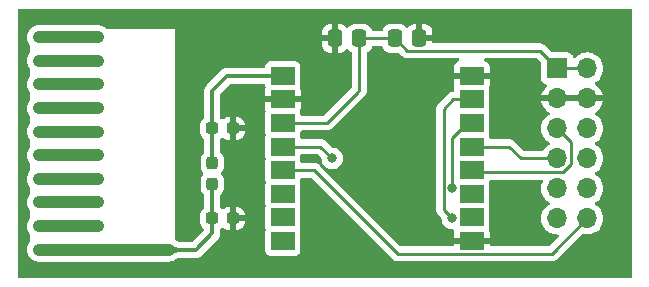
<source format=gbr>
%TF.GenerationSoftware,KiCad,Pcbnew,7.0.1*%
%TF.CreationDate,2023-03-26T17:19:43+02:00*%
%TF.ProjectId,RA01_868_PMOD,52413031-5f38-4363-985f-504d4f442e6b,rev?*%
%TF.SameCoordinates,Original*%
%TF.FileFunction,Copper,L1,Top*%
%TF.FilePolarity,Positive*%
%FSLAX46Y46*%
G04 Gerber Fmt 4.6, Leading zero omitted, Abs format (unit mm)*
G04 Created by KiCad (PCBNEW 7.0.1) date 2023-03-26 17:19:43*
%MOMM*%
%LPD*%
G01*
G04 APERTURE LIST*
G04 Aperture macros list*
%AMRoundRect*
0 Rectangle with rounded corners*
0 $1 Rounding radius*
0 $2 $3 $4 $5 $6 $7 $8 $9 X,Y pos of 4 corners*
0 Add a 4 corners polygon primitive as box body*
4,1,4,$2,$3,$4,$5,$6,$7,$8,$9,$2,$3,0*
0 Add four circle primitives for the rounded corners*
1,1,$1+$1,$2,$3*
1,1,$1+$1,$4,$5*
1,1,$1+$1,$6,$7*
1,1,$1+$1,$8,$9*
0 Add four rect primitives between the rounded corners*
20,1,$1+$1,$2,$3,$4,$5,0*
20,1,$1+$1,$4,$5,$6,$7,0*
20,1,$1+$1,$6,$7,$8,$9,0*
20,1,$1+$1,$8,$9,$2,$3,0*%
%AMOutline4P*
0 Free polygon, 4 corners , with rotation*
0 The origin of the aperture is its center*
0 number of corners: always 4*
0 $1 to $8 corner X, Y*
0 $9 Rotation angle, in degrees counterclockwise*
0 create outline with 4 corners*
4,1,4,$1,$2,$3,$4,$5,$6,$7,$8,$1,$2,$9*%
G04 Aperture macros list end*
%TA.AperFunction,EtchedComponent*%
%ADD10C,1.000000*%
%TD*%
%TA.AperFunction,ComponentPad*%
%ADD11R,1.700000X1.700000*%
%TD*%
%TA.AperFunction,ComponentPad*%
%ADD12O,1.700000X1.700000*%
%TD*%
%TA.AperFunction,SMDPad,CuDef*%
%ADD13RoundRect,0.237500X-0.300000X-0.237500X0.300000X-0.237500X0.300000X0.237500X-0.300000X0.237500X0*%
%TD*%
%TA.AperFunction,SMDPad,CuDef*%
%ADD14RoundRect,0.250000X0.337500X0.475000X-0.337500X0.475000X-0.337500X-0.475000X0.337500X-0.475000X0*%
%TD*%
%TA.AperFunction,SMDPad,CuDef*%
%ADD15RoundRect,0.237500X-0.237500X0.287500X-0.237500X-0.287500X0.237500X-0.287500X0.237500X0.287500X0*%
%TD*%
%TA.AperFunction,SMDPad,CuDef*%
%ADD16R,2.000000X1.500000*%
%TD*%
%TA.AperFunction,ComponentPad*%
%ADD17C,1.000000*%
%TD*%
%TA.AperFunction,SMDPad,CuDef*%
%ADD18Outline4P,-0.350000X-0.400000X0.350000X-0.400000X0.050000X0.400000X-0.050000X0.400000X270.000000*%
%TD*%
%TA.AperFunction,SMDPad,CuDef*%
%ADD19RoundRect,0.250000X-0.337500X-0.475000X0.337500X-0.475000X0.337500X0.475000X-0.337500X0.475000X0*%
%TD*%
%TA.AperFunction,ViaPad*%
%ADD20C,0.800000*%
%TD*%
%TA.AperFunction,Conductor*%
%ADD21C,0.250000*%
%TD*%
%TA.AperFunction,Conductor*%
%ADD22C,0.380000*%
%TD*%
%TA.AperFunction,Conductor*%
%ADD23C,0.350000*%
%TD*%
G04 APERTURE END LIST*
D10*
%TO.C,AE1*%
X116960000Y-58530000D02*
X105960000Y-58530000D01*
X105960000Y-56530000D02*
X110960000Y-56530000D01*
X105960000Y-54530000D02*
X110960000Y-54530000D01*
X105960000Y-52530000D02*
X110960000Y-52530000D01*
X105960000Y-50530000D02*
X110960000Y-50530000D01*
X105960000Y-48530000D02*
X110960000Y-48530000D01*
X105960000Y-46530000D02*
X110960000Y-46530000D01*
X105960000Y-44530000D02*
X110960000Y-44530000D01*
X105960000Y-42530000D02*
X110960000Y-42530000D01*
X105960000Y-40530000D02*
X110960000Y-40530000D01*
%TD*%
D11*
%TO.P,J1,1,Pin_1*%
%TO.N,VCC*%
X149860000Y-43180000D03*
D12*
%TO.P,J1,2,Pin_2*%
X152400000Y-43180000D03*
%TO.P,J1,3,Pin_3*%
%TO.N,GND*%
X149860000Y-45720000D03*
%TO.P,J1,4,Pin_4*%
X152400000Y-45720000D03*
%TO.P,J1,5,Pin_5*%
%TO.N,SCK*%
X149860000Y-48260000D03*
%TO.P,J1,6,Pin_6*%
%TO.N,unconnected-(J1-Pin_6-Pad6)*%
X152400000Y-48260000D03*
%TO.P,J1,7,Pin_7*%
%TO.N,MISO*%
X149860000Y-50800000D03*
%TO.P,J1,8,Pin_8*%
%TO.N,unconnected-(J1-Pin_8-Pad8)*%
X152400000Y-50800000D03*
%TO.P,J1,9,Pin_9*%
%TO.N,MOSI*%
X149860000Y-53340000D03*
%TO.P,J1,10,Pin_10*%
%TO.N,nRESET*%
X152400000Y-53340000D03*
%TO.P,J1,11,Pin_11*%
%TO.N,nCS*%
X149860000Y-55880000D03*
%TO.P,J1,12,Pin_12*%
%TO.N,DIO0*%
X152400000Y-55880000D03*
%TD*%
D13*
%TO.P,M1,1*%
%TO.N,Net-(U1-ANT)*%
X120650000Y-48260000D03*
%TO.P,M1,2*%
%TO.N,GND*%
X122375000Y-48260000D03*
%TD*%
D14*
%TO.P,C1,1*%
%TO.N,VCC*%
X133117500Y-40640000D03*
%TO.P,C1,2*%
%TO.N,GND*%
X131042500Y-40640000D03*
%TD*%
D15*
%TO.P,M2,1*%
%TO.N,Net-(U1-ANT)*%
X120650000Y-51195000D03*
%TO.P,M2,2*%
%TO.N,Net-(AE1-A)*%
X120650000Y-52945000D03*
%TD*%
D13*
%TO.P,M3,1*%
%TO.N,Net-(AE1-A)*%
X120650000Y-55880000D03*
%TO.P,M3,2*%
%TO.N,GND*%
X122375000Y-55880000D03*
%TD*%
D16*
%TO.P,U1,1,ANT*%
%TO.N,Net-(U1-ANT)*%
X126620000Y-43800000D03*
%TO.P,U1,2,GND*%
%TO.N,GND*%
X126620000Y-45800000D03*
%TO.P,U1,3,VDD*%
%TO.N,VCC*%
X126620000Y-47800000D03*
%TO.P,U1,4,~{RESET}*%
%TO.N,nRESET*%
X126620000Y-49800000D03*
%TO.P,U1,5,DIO0*%
%TO.N,DIO0*%
X126620000Y-51800000D03*
%TO.P,U1,6,DIO1*%
%TO.N,unconnected-(U1-DIO1-Pad6)*%
X126620000Y-53800000D03*
%TO.P,U1,7,DIO2*%
%TO.N,unconnected-(U1-DIO2-Pad7)*%
X126620000Y-55800000D03*
%TO.P,U1,8,DIO3*%
%TO.N,unconnected-(U1-DIO3-Pad8)*%
X126620000Y-57800000D03*
%TO.P,U1,9,GND*%
%TO.N,GND*%
X142620000Y-57800000D03*
%TO.P,U1,10,DIO4*%
%TO.N,unconnected-(U1-DIO4-Pad10)*%
X142620000Y-55800000D03*
%TO.P,U1,11,DIO5*%
%TO.N,unconnected-(U1-DIO5-Pad11)*%
X142620000Y-53800000D03*
%TO.P,U1,12,SCK*%
%TO.N,SCK*%
X142620000Y-51800000D03*
%TO.P,U1,13,MISO*%
%TO.N,MISO*%
X142620000Y-49800000D03*
%TO.P,U1,14,MOSI*%
%TO.N,MOSI*%
X142620000Y-47800000D03*
%TO.P,U1,15,~{NSS}*%
%TO.N,nCS*%
X142620000Y-45800000D03*
%TO.P,U1,16,GND*%
%TO.N,GND*%
X142620000Y-43800000D03*
%TD*%
D17*
%TO.P,AE1,*%
%TO.N,*%
X105960000Y-58530000D03*
X105960000Y-56530000D03*
X110960000Y-56530000D03*
X105960000Y-54530000D03*
X110960000Y-54530000D03*
X105960000Y-52530000D03*
X110960000Y-52530000D03*
X105960000Y-50530000D03*
X110960000Y-50530000D03*
X105960000Y-48530000D03*
X110960000Y-48530000D03*
X105960000Y-46530000D03*
X110960000Y-46530000D03*
X105960000Y-44530000D03*
X110960000Y-44530000D03*
X105960000Y-42530000D03*
X110960000Y-42530000D03*
X105960000Y-40530000D03*
X110960000Y-40530000D03*
D18*
%TO.P,AE1,1,A*%
%TO.N,Net-(AE1-A)*%
X117660000Y-58530000D03*
%TD*%
D19*
%TO.P,C2,1*%
%TO.N,VCC*%
X136122500Y-40640000D03*
%TO.P,C2,2*%
%TO.N,GND*%
X138197500Y-40640000D03*
%TD*%
D20*
%TO.N,nRESET*%
X130810000Y-50800000D03*
%TO.N,nCS*%
X140970000Y-55880000D03*
%TO.N,MOSI*%
X140970000Y-53340000D03*
%TD*%
D21*
%TO.N,DIO0*%
X149405000Y-58875000D02*
X136345000Y-58875000D01*
X152400000Y-55880000D02*
X149405000Y-58875000D01*
X136345000Y-58875000D02*
X129270000Y-51800000D01*
X129270000Y-51800000D02*
X126620000Y-51800000D01*
%TO.N,nRESET*%
X126620000Y-49800000D02*
X129810000Y-49800000D01*
X129810000Y-49800000D02*
X130810000Y-50800000D01*
%TO.N,nCS*%
X141050000Y-45800000D02*
X140245000Y-46605000D01*
X140970000Y-55880000D02*
X140245000Y-55155000D01*
X141050000Y-45800000D02*
X142620000Y-45800000D01*
X140245000Y-55155000D02*
X140245000Y-47715000D01*
X140245000Y-46605000D02*
X140245000Y-47715000D01*
%TO.N,SCK*%
X142620000Y-51800000D02*
X142795000Y-51975000D01*
X150346701Y-51975000D02*
X151035000Y-51286701D01*
X151035000Y-51286701D02*
X151035000Y-49435000D01*
X142795000Y-51975000D02*
X150346701Y-51975000D01*
X151035000Y-49435000D02*
X149860000Y-48260000D01*
%TO.N,MOSI*%
X140970000Y-49050000D02*
X142220000Y-47800000D01*
X140970000Y-53340000D02*
X140970000Y-49050000D01*
X142220000Y-47800000D02*
X142620000Y-47800000D01*
%TO.N,MISO*%
X145780000Y-49800000D02*
X142620000Y-49800000D01*
X149860000Y-50800000D02*
X147320000Y-50800000D01*
X146780000Y-50800000D02*
X147320000Y-50800000D01*
X145780000Y-49800000D02*
X146780000Y-50800000D01*
%TO.N,VCC*%
X137172500Y-41690000D02*
X142020000Y-41690000D01*
X152400000Y-43180000D02*
X149860000Y-43180000D01*
X133117500Y-40640000D02*
X133117500Y-45032500D01*
X133117500Y-40640000D02*
X136122500Y-40640000D01*
X148370000Y-41690000D02*
X142020000Y-41690000D01*
X136122500Y-40640000D02*
X137172500Y-41690000D01*
X149860000Y-43180000D02*
X148370000Y-41690000D01*
X126620000Y-47800000D02*
X130350000Y-47800000D01*
X130350000Y-47800000D02*
X132890000Y-45260000D01*
X126620000Y-47800000D02*
X126870000Y-47800000D01*
X133350000Y-40872500D02*
X133117500Y-40640000D01*
X133117500Y-45032500D02*
X132890000Y-45260000D01*
D22*
%TO.N,Net-(AE1-A)*%
X120650000Y-57150000D02*
X119270000Y-58530000D01*
X119270000Y-58530000D02*
X117000000Y-58530000D01*
X120650000Y-52945000D02*
X120650000Y-55880000D01*
X120650000Y-55880000D02*
X120650000Y-57150000D01*
D23*
%TO.N,Net-(U1-ANT)*%
X120650000Y-48260000D02*
X120650000Y-45085000D01*
X120650000Y-45085000D02*
X121920000Y-43815000D01*
X121920000Y-43800000D02*
X126620000Y-43800000D01*
D22*
X120650000Y-48260000D02*
X120650000Y-51195000D01*
D23*
X121920000Y-43815000D02*
X121920000Y-43800000D01*
%TD*%
%TA.AperFunction,Conductor*%
%TO.N,GND*%
G36*
X156121500Y-38142381D02*
G01*
X156167619Y-38188500D01*
X156184500Y-38251500D01*
X156184500Y-60808500D01*
X156167619Y-60871500D01*
X156121500Y-60917619D01*
X156058500Y-60934500D01*
X104291500Y-60934500D01*
X104228500Y-60917619D01*
X104182381Y-60871500D01*
X104165500Y-60808500D01*
X104165500Y-58529999D01*
X104954658Y-58529999D01*
X104956085Y-58544487D01*
X104956529Y-58563208D01*
X104955630Y-58580934D01*
X104966443Y-58651519D01*
X104967289Y-58658247D01*
X104973975Y-58726133D01*
X104979240Y-58743489D01*
X104983211Y-58760975D01*
X104986444Y-58782071D01*
X105010006Y-58845693D01*
X105012423Y-58852875D01*
X105031186Y-58914728D01*
X105041423Y-58933880D01*
X105048455Y-58949509D01*
X105057114Y-58972887D01*
X105057115Y-58972889D01*
X105057116Y-58972891D01*
X105091110Y-59027432D01*
X105095301Y-59034681D01*
X105124088Y-59088536D01*
X105140136Y-59108090D01*
X105149663Y-59121370D01*
X105164748Y-59145571D01*
X105186284Y-59168227D01*
X105206571Y-59189568D01*
X105212647Y-59196445D01*
X105249116Y-59240882D01*
X105249117Y-59240883D01*
X105270741Y-59258630D01*
X105271441Y-59259204D01*
X105282831Y-59269794D01*
X105304938Y-59293051D01*
X105304941Y-59293053D01*
X105351843Y-59325698D01*
X105359774Y-59331698D01*
X105379058Y-59347524D01*
X105401464Y-59365912D01*
X105430092Y-59381214D01*
X105442677Y-59388920D01*
X105471948Y-59409294D01*
X105521169Y-59430416D01*
X105530872Y-59435081D01*
X105575273Y-59458814D01*
X105609763Y-59469275D01*
X105622870Y-59474059D01*
X105658942Y-59489540D01*
X105707904Y-59499601D01*
X105719103Y-59502444D01*
X105763868Y-59516024D01*
X105803312Y-59519908D01*
X105816300Y-59521877D01*
X105858259Y-59530500D01*
X105904660Y-59530500D01*
X105917011Y-59531107D01*
X105960000Y-59535341D01*
X106002989Y-59531107D01*
X106015340Y-59530500D01*
X117010738Y-59530500D01*
X117010742Y-59530500D01*
X117162438Y-59515074D01*
X117356588Y-59454159D01*
X117534502Y-59355409D01*
X117608189Y-59292148D01*
X117646014Y-59269778D01*
X117711649Y-59245165D01*
X117756034Y-59228522D01*
X117800274Y-59220500D01*
X119245340Y-59220500D01*
X119252948Y-59220730D01*
X119311995Y-59224302D01*
X119311995Y-59224301D01*
X119311997Y-59224302D01*
X119370230Y-59213630D01*
X119377686Y-59212495D01*
X119436461Y-59205359D01*
X119445486Y-59201935D01*
X119467437Y-59195817D01*
X119476935Y-59194077D01*
X119530925Y-59169777D01*
X119537908Y-59166885D01*
X119593248Y-59145898D01*
X119601182Y-59140420D01*
X119621051Y-59129214D01*
X119629845Y-59125257D01*
X119676432Y-59088757D01*
X119682529Y-59084270D01*
X119731249Y-59050642D01*
X119770499Y-59006335D01*
X119775684Y-59000828D01*
X121120828Y-57655684D01*
X121126335Y-57650499D01*
X121170642Y-57611249D01*
X121204270Y-57562529D01*
X121208757Y-57556432D01*
X121245257Y-57509845D01*
X121249214Y-57501051D01*
X121260420Y-57481182D01*
X121265898Y-57473248D01*
X121286885Y-57417908D01*
X121289777Y-57410925D01*
X121314077Y-57356935D01*
X121315817Y-57347437D01*
X121321935Y-57325486D01*
X121325359Y-57316461D01*
X121332495Y-57257686D01*
X121333629Y-57250235D01*
X121344302Y-57191997D01*
X121340729Y-57132941D01*
X121340500Y-57125334D01*
X121340500Y-56814055D01*
X121356476Y-56752649D01*
X121400352Y-56706815D01*
X121401756Y-56705949D01*
X121410850Y-56700340D01*
X121418102Y-56693087D01*
X121474583Y-56660477D01*
X121539806Y-56660476D01*
X121596291Y-56693088D01*
X121609463Y-56706260D01*
X121757795Y-56797753D01*
X121923216Y-56852568D01*
X122025329Y-56863000D01*
X122121000Y-56863000D01*
X122121000Y-56134000D01*
X122629000Y-56134000D01*
X122629000Y-56863000D01*
X122724671Y-56863000D01*
X122826783Y-56852568D01*
X122992204Y-56797753D01*
X123140536Y-56706260D01*
X123263760Y-56583036D01*
X123355253Y-56434704D01*
X123410068Y-56269283D01*
X123420500Y-56167171D01*
X123420500Y-56134000D01*
X122629000Y-56134000D01*
X122121000Y-56134000D01*
X122121000Y-54897000D01*
X122629000Y-54897000D01*
X122629000Y-55626000D01*
X123420500Y-55626000D01*
X123420500Y-55592829D01*
X123410068Y-55490716D01*
X123355253Y-55325295D01*
X123263760Y-55176963D01*
X123140536Y-55053739D01*
X122992204Y-54962246D01*
X122826783Y-54907431D01*
X122724671Y-54897000D01*
X122629000Y-54897000D01*
X122121000Y-54897000D01*
X122025329Y-54897000D01*
X121923216Y-54907431D01*
X121757795Y-54962246D01*
X121609465Y-55053738D01*
X121596290Y-55066913D01*
X121539805Y-55099523D01*
X121474584Y-55099522D01*
X121418101Y-55066911D01*
X121410851Y-55059661D01*
X121410850Y-55059660D01*
X121400351Y-55053184D01*
X121356476Y-55007351D01*
X121340500Y-54945945D01*
X121340500Y-53875381D01*
X121350091Y-53827163D01*
X121377405Y-53786286D01*
X121470337Y-53693353D01*
X121470336Y-53693353D01*
X121470340Y-53693350D01*
X121560908Y-53546516D01*
X121615174Y-53382753D01*
X121625500Y-53281677D01*
X121625499Y-52608324D01*
X121615174Y-52507247D01*
X121608962Y-52488500D01*
X121560909Y-52343486D01*
X121535015Y-52301505D01*
X121470340Y-52196650D01*
X121470338Y-52196648D01*
X121470337Y-52196646D01*
X121432786Y-52159095D01*
X121400174Y-52102611D01*
X121400174Y-52037389D01*
X121432786Y-51980905D01*
X121470337Y-51943353D01*
X121470336Y-51943353D01*
X121470340Y-51943350D01*
X121560908Y-51796516D01*
X121615174Y-51632753D01*
X121625500Y-51531677D01*
X121625499Y-50858324D01*
X121615174Y-50757247D01*
X121615173Y-50757243D01*
X121560909Y-50593486D01*
X121543086Y-50564590D01*
X121470340Y-50446650D01*
X121470338Y-50446648D01*
X121470337Y-50446646D01*
X121377405Y-50353714D01*
X121350091Y-50312837D01*
X121340500Y-50264619D01*
X121340500Y-49194055D01*
X121356476Y-49132649D01*
X121400352Y-49086815D01*
X121401252Y-49086260D01*
X121410850Y-49080340D01*
X121418102Y-49073087D01*
X121474583Y-49040477D01*
X121539806Y-49040476D01*
X121596291Y-49073088D01*
X121609463Y-49086260D01*
X121757795Y-49177753D01*
X121923216Y-49232568D01*
X122025329Y-49243000D01*
X122121000Y-49243000D01*
X122121000Y-48514000D01*
X122629000Y-48514000D01*
X122629000Y-49243000D01*
X122724671Y-49243000D01*
X122826783Y-49232568D01*
X122992204Y-49177753D01*
X123140536Y-49086260D01*
X123263760Y-48963036D01*
X123355253Y-48814704D01*
X123410068Y-48649283D01*
X123420500Y-48547171D01*
X123420500Y-48514000D01*
X122629000Y-48514000D01*
X122121000Y-48514000D01*
X122121000Y-47277000D01*
X122629000Y-47277000D01*
X122629000Y-48006000D01*
X123420500Y-48006000D01*
X123420500Y-47972829D01*
X123410068Y-47870716D01*
X123355253Y-47705295D01*
X123263760Y-47556963D01*
X123140536Y-47433739D01*
X122992204Y-47342246D01*
X122826783Y-47287431D01*
X122724671Y-47277000D01*
X122629000Y-47277000D01*
X122121000Y-47277000D01*
X122025329Y-47277000D01*
X121923216Y-47287431D01*
X121757795Y-47342246D01*
X121609465Y-47433738D01*
X121596290Y-47446913D01*
X121539805Y-47479523D01*
X121474584Y-47479522D01*
X121418101Y-47446911D01*
X121410852Y-47439662D01*
X121410850Y-47439660D01*
X121385351Y-47423932D01*
X121341476Y-47378099D01*
X121325500Y-47316693D01*
X121325500Y-46598589D01*
X125112000Y-46598589D01*
X125118505Y-46659093D01*
X125158639Y-46766699D01*
X125166583Y-46810731D01*
X125158639Y-46854762D01*
X125125909Y-46942515D01*
X125119500Y-47002127D01*
X125119500Y-48597874D01*
X125125908Y-48657481D01*
X125162641Y-48755968D01*
X125170585Y-48800000D01*
X125162641Y-48844031D01*
X125125909Y-48942515D01*
X125119500Y-49002127D01*
X125119500Y-50597874D01*
X125125908Y-50657481D01*
X125162641Y-50755968D01*
X125170585Y-50800000D01*
X125162641Y-50844031D01*
X125125909Y-50942515D01*
X125119500Y-51002127D01*
X125119500Y-52597874D01*
X125125908Y-52657481D01*
X125162641Y-52755967D01*
X125170585Y-52799998D01*
X125162641Y-52844030D01*
X125125909Y-52942515D01*
X125119500Y-53002127D01*
X125119500Y-54597874D01*
X125125908Y-54657481D01*
X125162641Y-54755968D01*
X125170585Y-54800000D01*
X125162641Y-54844031D01*
X125125909Y-54942515D01*
X125119500Y-55002127D01*
X125119500Y-56597874D01*
X125125908Y-56657481D01*
X125162641Y-56755968D01*
X125170585Y-56800000D01*
X125162641Y-56844031D01*
X125125909Y-56942515D01*
X125119500Y-57002127D01*
X125119500Y-58597874D01*
X125125908Y-58657481D01*
X125176204Y-58792331D01*
X125262453Y-58907546D01*
X125318516Y-58949514D01*
X125377669Y-58993796D01*
X125512517Y-59044091D01*
X125572127Y-59050500D01*
X127667872Y-59050499D01*
X127667874Y-59050499D01*
X127697677Y-59047294D01*
X127727483Y-59044091D01*
X127862331Y-58993796D01*
X127977546Y-58907546D01*
X128063796Y-58792331D01*
X128114091Y-58657483D01*
X128120500Y-58597873D01*
X128120499Y-57002128D01*
X128119603Y-56993796D01*
X128114091Y-56942518D01*
X128110869Y-56933880D01*
X128077357Y-56844030D01*
X128069414Y-56799999D01*
X128077357Y-56755971D01*
X128114091Y-56657483D01*
X128120500Y-56597873D01*
X128120499Y-55002128D01*
X128114091Y-54942517D01*
X128077357Y-54844030D01*
X128069414Y-54799999D01*
X128077357Y-54755971D01*
X128114091Y-54657483D01*
X128120500Y-54597873D01*
X128120499Y-53002128D01*
X128114091Y-52942517D01*
X128077357Y-52844030D01*
X128069414Y-52799999D01*
X128077357Y-52755971D01*
X128114091Y-52657483D01*
X128120500Y-52597873D01*
X128120500Y-52551500D01*
X128137381Y-52488500D01*
X128183500Y-52442381D01*
X128246500Y-52425500D01*
X128958720Y-52425500D01*
X129006938Y-52435091D01*
X129047814Y-52462404D01*
X132446524Y-55861115D01*
X135844039Y-59258630D01*
X135856972Y-59274771D01*
X135859213Y-59276875D01*
X135859214Y-59276877D01*
X135880043Y-59296437D01*
X135908206Y-59322884D01*
X135911017Y-59325608D01*
X135930528Y-59345119D01*
X135930529Y-59345120D01*
X135933628Y-59347524D01*
X135942649Y-59355229D01*
X135942841Y-59355409D01*
X135974418Y-59385062D01*
X135991832Y-59394635D01*
X136008355Y-59405488D01*
X136024064Y-59417673D01*
X136064066Y-59434983D01*
X136074711Y-59440198D01*
X136080721Y-59443502D01*
X136112909Y-59461198D01*
X136132148Y-59466137D01*
X136150861Y-59472544D01*
X136169101Y-59480437D01*
X136169102Y-59480437D01*
X136169104Y-59480438D01*
X136212155Y-59487256D01*
X136223766Y-59489661D01*
X136265981Y-59500500D01*
X136285856Y-59500500D01*
X136305564Y-59502050D01*
X136325196Y-59505160D01*
X136368579Y-59501058D01*
X136380437Y-59500500D01*
X149322035Y-59500500D01*
X149342592Y-59502769D01*
X149345664Y-59502672D01*
X149345667Y-59502673D01*
X149412841Y-59500561D01*
X149416799Y-59500500D01*
X149444346Y-59500500D01*
X149444350Y-59500500D01*
X149448241Y-59500008D01*
X149460068Y-59499077D01*
X149503627Y-59497709D01*
X149522715Y-59492162D01*
X149542074Y-59488154D01*
X149561792Y-59485664D01*
X149602316Y-59469618D01*
X149613524Y-59465780D01*
X149655390Y-59453618D01*
X149672493Y-59443502D01*
X149690254Y-59434802D01*
X149699285Y-59431226D01*
X149708732Y-59427486D01*
X149744001Y-59401860D01*
X149753889Y-59395365D01*
X149791420Y-59373170D01*
X149805469Y-59359120D01*
X149820509Y-59346275D01*
X149825752Y-59342465D01*
X149836587Y-59334594D01*
X149864380Y-59300996D01*
X149872349Y-59292239D01*
X151943537Y-57221051D01*
X152000019Y-57188441D01*
X152065241Y-57188441D01*
X152086837Y-57194228D01*
X152164587Y-57215062D01*
X152164588Y-57215062D01*
X152164592Y-57215063D01*
X152400000Y-57235659D01*
X152635408Y-57215063D01*
X152863663Y-57153903D01*
X153077830Y-57054035D01*
X153271401Y-56918495D01*
X153438495Y-56751401D01*
X153574035Y-56557830D01*
X153673903Y-56343663D01*
X153735063Y-56115408D01*
X153755659Y-55880000D01*
X153735063Y-55644592D01*
X153673903Y-55416337D01*
X153574035Y-55202171D01*
X153438495Y-55008599D01*
X153438494Y-55008598D01*
X153438492Y-55008595D01*
X153271404Y-54841507D01*
X153088181Y-54713212D01*
X153048688Y-54668179D01*
X153034452Y-54609999D01*
X153048689Y-54551818D01*
X153088180Y-54506787D01*
X153271401Y-54378495D01*
X153438495Y-54211401D01*
X153574035Y-54017830D01*
X153673903Y-53803663D01*
X153735063Y-53575408D01*
X153755659Y-53340000D01*
X153735063Y-53104592D01*
X153673903Y-52876337D01*
X153574035Y-52662171D01*
X153438495Y-52468599D01*
X153438494Y-52468598D01*
X153438492Y-52468595D01*
X153271404Y-52301507D01*
X153088181Y-52173213D01*
X153048689Y-52128180D01*
X153034452Y-52070000D01*
X153048689Y-52011820D01*
X153088181Y-51966787D01*
X153121648Y-51943353D01*
X153271401Y-51838495D01*
X153438495Y-51671401D01*
X153574035Y-51477830D01*
X153673903Y-51263663D01*
X153735063Y-51035408D01*
X153755659Y-50800000D01*
X153735063Y-50564592D01*
X153673903Y-50336337D01*
X153574035Y-50122171D01*
X153438495Y-49928599D01*
X153438494Y-49928598D01*
X153438492Y-49928595D01*
X153271404Y-49761507D01*
X153088181Y-49633213D01*
X153048689Y-49588180D01*
X153034452Y-49530000D01*
X153048689Y-49471820D01*
X153088181Y-49426787D01*
X153271401Y-49298495D01*
X153438495Y-49131401D01*
X153574035Y-48937830D01*
X153673903Y-48723663D01*
X153735063Y-48495408D01*
X153755659Y-48260000D01*
X153735063Y-48024592D01*
X153673903Y-47796337D01*
X153574035Y-47582171D01*
X153438495Y-47388599D01*
X153438494Y-47388598D01*
X153438492Y-47388595D01*
X153271404Y-47221507D01*
X153092882Y-47096504D01*
X153051765Y-47048239D01*
X153039361Y-46986060D01*
X153058809Y-46925712D01*
X153105185Y-46882477D01*
X153145298Y-46860769D01*
X153322903Y-46722533D01*
X153475321Y-46556962D01*
X153598419Y-46368548D01*
X153688822Y-46162451D01*
X153736544Y-45974000D01*
X148523455Y-45974000D01*
X148571177Y-46162451D01*
X148661580Y-46368548D01*
X148784678Y-46556962D01*
X148937096Y-46722533D01*
X149114701Y-46860769D01*
X149154815Y-46882477D01*
X149201191Y-46925712D01*
X149220639Y-46986060D01*
X149208235Y-47048239D01*
X149167118Y-47096504D01*
X148988595Y-47221507D01*
X148821507Y-47388595D01*
X148685965Y-47582170D01*
X148586096Y-47796337D01*
X148524937Y-48024590D01*
X148504376Y-48259595D01*
X148504341Y-48260000D01*
X148507680Y-48298168D01*
X148524937Y-48495409D01*
X148586096Y-48723663D01*
X148685965Y-48937830D01*
X148821507Y-49131404D01*
X148988595Y-49298492D01*
X148988598Y-49298494D01*
X148988599Y-49298495D01*
X149171819Y-49426787D01*
X149211311Y-49471820D01*
X149225548Y-49530000D01*
X149211311Y-49588180D01*
X149171819Y-49633213D01*
X148988595Y-49761507D01*
X148821507Y-49928595D01*
X148686945Y-50120771D01*
X148641912Y-50160263D01*
X148583732Y-50174500D01*
X147399019Y-50174500D01*
X147091281Y-50174500D01*
X147043063Y-50164909D01*
X147002185Y-50137595D01*
X146280957Y-49416366D01*
X146268029Y-49400229D01*
X146216775Y-49352097D01*
X146213934Y-49349343D01*
X146194471Y-49329880D01*
X146191371Y-49327475D01*
X146182353Y-49319773D01*
X146150582Y-49289938D01*
X146147788Y-49288402D01*
X146133157Y-49280358D01*
X146116633Y-49269503D01*
X146100934Y-49257325D01*
X146060931Y-49240014D01*
X146050285Y-49234799D01*
X146012092Y-49213803D01*
X146012089Y-49213802D01*
X145992846Y-49208861D01*
X145974144Y-49202458D01*
X145955896Y-49194561D01*
X145912855Y-49187744D01*
X145901236Y-49185338D01*
X145859021Y-49174500D01*
X145859019Y-49174500D01*
X145839144Y-49174500D01*
X145819435Y-49172949D01*
X145799804Y-49169840D01*
X145799803Y-49169840D01*
X145756421Y-49173941D01*
X145744563Y-49174500D01*
X144246499Y-49174500D01*
X144183499Y-49157619D01*
X144137380Y-49111500D01*
X144120499Y-49048500D01*
X144120499Y-49002125D01*
X144114091Y-48942518D01*
X144110869Y-48933880D01*
X144077357Y-48844030D01*
X144069414Y-48799999D01*
X144077357Y-48755971D01*
X144114091Y-48657483D01*
X144120500Y-48597873D01*
X144120499Y-47002128D01*
X144114091Y-46942517D01*
X144077357Y-46844028D01*
X144069414Y-46800000D01*
X144077357Y-46755970D01*
X144114091Y-46657483D01*
X144120500Y-46597873D01*
X144120499Y-45002128D01*
X144119603Y-44993796D01*
X144114091Y-44942518D01*
X144110869Y-44933880D01*
X144081359Y-44854760D01*
X144073416Y-44810729D01*
X144081361Y-44766696D01*
X144121494Y-44659095D01*
X144128000Y-44598589D01*
X144128000Y-44054000D01*
X141112000Y-44054000D01*
X141112000Y-44598589D01*
X141118505Y-44659093D01*
X141158639Y-44766699D01*
X141166583Y-44810731D01*
X141158639Y-44854762D01*
X141125909Y-44942515D01*
X141125908Y-44942517D01*
X141125909Y-44942517D01*
X141120045Y-44997063D01*
X141119500Y-45002128D01*
X141119500Y-45049665D01*
X141105160Y-45108044D01*
X141065404Y-45153134D01*
X141009281Y-45174672D01*
X141006760Y-45174991D01*
X140994941Y-45175921D01*
X140951370Y-45177290D01*
X140932287Y-45182835D01*
X140912927Y-45186844D01*
X140893207Y-45189335D01*
X140852674Y-45205382D01*
X140841450Y-45209225D01*
X140799608Y-45221382D01*
X140782495Y-45231502D01*
X140764753Y-45240194D01*
X140746267Y-45247514D01*
X140711014Y-45273126D01*
X140701099Y-45279639D01*
X140663580Y-45301829D01*
X140649519Y-45315889D01*
X140634494Y-45328721D01*
X140618414Y-45340404D01*
X140590634Y-45373984D01*
X140582646Y-45382762D01*
X139861363Y-46104044D01*
X139845227Y-46116972D01*
X139797127Y-46168192D01*
X139794378Y-46171029D01*
X139774878Y-46190530D01*
X139772466Y-46193639D01*
X139764773Y-46202645D01*
X139734937Y-46234418D01*
X139725358Y-46251842D01*
X139714508Y-46268359D01*
X139702327Y-46284063D01*
X139685018Y-46324060D01*
X139679798Y-46334715D01*
X139658803Y-46372906D01*
X139653860Y-46392158D01*
X139647457Y-46410858D01*
X139639562Y-46429103D01*
X139632743Y-46472149D01*
X139630338Y-46483765D01*
X139619500Y-46525982D01*
X139619500Y-46545856D01*
X139617949Y-46565567D01*
X139614840Y-46585196D01*
X139618941Y-46628579D01*
X139619500Y-46640437D01*
X139619500Y-55072035D01*
X139617230Y-55092592D01*
X139619438Y-55162841D01*
X139619500Y-55166799D01*
X139619500Y-55194348D01*
X139619991Y-55198237D01*
X139620921Y-55210060D01*
X139622290Y-55253626D01*
X139627835Y-55272711D01*
X139631843Y-55292068D01*
X139634334Y-55311790D01*
X139650377Y-55352309D01*
X139654221Y-55363536D01*
X139666382Y-55405391D01*
X139676499Y-55422499D01*
X139685194Y-55440246D01*
X139692514Y-55458732D01*
X139718129Y-55493989D01*
X139724645Y-55503908D01*
X139746831Y-55541422D01*
X139760879Y-55555470D01*
X139773719Y-55570503D01*
X139785403Y-55586585D01*
X139818981Y-55614362D01*
X139827763Y-55622353D01*
X140030538Y-55825129D01*
X140055168Y-55859980D01*
X140066752Y-55901053D01*
X140084325Y-56068257D01*
X140142820Y-56248283D01*
X140237465Y-56412214D01*
X140276519Y-56455588D01*
X140364129Y-56552888D01*
X140517270Y-56664151D01*
X140517271Y-56664151D01*
X140517272Y-56664152D01*
X140690192Y-56741142D01*
X140690197Y-56741144D01*
X140875354Y-56780500D01*
X140875356Y-56780500D01*
X140996859Y-56780500D01*
X141055260Y-56794852D01*
X141100357Y-56834637D01*
X141121876Y-56890793D01*
X141117899Y-56924924D01*
X141120197Y-56925172D01*
X141112000Y-57001411D01*
X141112000Y-57546000D01*
X144128000Y-57546000D01*
X144128000Y-57001411D01*
X144121494Y-56940906D01*
X144081360Y-56833301D01*
X144073416Y-56789269D01*
X144081359Y-56745241D01*
X144114091Y-56657483D01*
X144120500Y-56597873D01*
X144120499Y-55002128D01*
X144114091Y-54942517D01*
X144077357Y-54844030D01*
X144069414Y-54799999D01*
X144077357Y-54755971D01*
X144114091Y-54657483D01*
X144120500Y-54597873D01*
X144120499Y-53002128D01*
X144114091Y-52942517D01*
X144077357Y-52844030D01*
X144069414Y-52799999D01*
X144077356Y-52755972D01*
X144104773Y-52682464D01*
X144131638Y-52639550D01*
X144173228Y-52610673D01*
X144222828Y-52600500D01*
X148516942Y-52600500D01*
X148577547Y-52616033D01*
X148623210Y-52658801D01*
X148642672Y-52718260D01*
X148631136Y-52779751D01*
X148586097Y-52876334D01*
X148524937Y-53104590D01*
X148514901Y-53219296D01*
X148504341Y-53340000D01*
X148508082Y-53382756D01*
X148524937Y-53575409D01*
X148586096Y-53803663D01*
X148685965Y-54017830D01*
X148821507Y-54211404D01*
X148988595Y-54378492D01*
X148988598Y-54378494D01*
X148988599Y-54378495D01*
X149171819Y-54506787D01*
X149211311Y-54551820D01*
X149225548Y-54610000D01*
X149211311Y-54668180D01*
X149171819Y-54713213D01*
X148988595Y-54841507D01*
X148821507Y-55008595D01*
X148685965Y-55202170D01*
X148586096Y-55416337D01*
X148524937Y-55644590D01*
X148504341Y-55880000D01*
X148524937Y-56115409D01*
X148586096Y-56343663D01*
X148685965Y-56557830D01*
X148821507Y-56751404D01*
X148988595Y-56918492D01*
X148988598Y-56918494D01*
X148988599Y-56918495D01*
X149182170Y-57054035D01*
X149256162Y-57088538D01*
X149396336Y-57153903D01*
X149454972Y-57169614D01*
X149624592Y-57215063D01*
X149860000Y-57235659D01*
X149860004Y-57235658D01*
X149866456Y-57236223D01*
X149932178Y-57261781D01*
X149973875Y-57318649D01*
X149978487Y-57389015D01*
X149944570Y-57450837D01*
X149182811Y-58212597D01*
X149141937Y-58239909D01*
X149093719Y-58249500D01*
X144254000Y-58249500D01*
X144191000Y-58232619D01*
X144144881Y-58186500D01*
X144128000Y-58123500D01*
X144128000Y-58054000D01*
X141112000Y-58054000D01*
X141112000Y-58123500D01*
X141095119Y-58186500D01*
X141049000Y-58232619D01*
X140986000Y-58249500D01*
X136656280Y-58249500D01*
X136608062Y-58239909D01*
X136567185Y-58212595D01*
X129770960Y-51416369D01*
X129758029Y-51400229D01*
X129706775Y-51352097D01*
X129703934Y-51349343D01*
X129684471Y-51329880D01*
X129681371Y-51327475D01*
X129672353Y-51319773D01*
X129662012Y-51310062D01*
X129640582Y-51289938D01*
X129637788Y-51288402D01*
X129623157Y-51280358D01*
X129606633Y-51269503D01*
X129590934Y-51257325D01*
X129550931Y-51240014D01*
X129540285Y-51234799D01*
X129502092Y-51213803D01*
X129502089Y-51213802D01*
X129482846Y-51208861D01*
X129464144Y-51202458D01*
X129445896Y-51194561D01*
X129402855Y-51187744D01*
X129391236Y-51185338D01*
X129349021Y-51174500D01*
X129349019Y-51174500D01*
X129329144Y-51174500D01*
X129309435Y-51172949D01*
X129289804Y-51169840D01*
X129289803Y-51169840D01*
X129246421Y-51173941D01*
X129234563Y-51174500D01*
X128246499Y-51174500D01*
X128183499Y-51157619D01*
X128137380Y-51111500D01*
X128120499Y-51048500D01*
X128120499Y-51002125D01*
X128114091Y-50942518D01*
X128110869Y-50933880D01*
X128077357Y-50844030D01*
X128069414Y-50799999D01*
X128077357Y-50755971D01*
X128114091Y-50657483D01*
X128120500Y-50597873D01*
X128120500Y-50551500D01*
X128137381Y-50488500D01*
X128183500Y-50442381D01*
X128246500Y-50425500D01*
X129498720Y-50425500D01*
X129546938Y-50435091D01*
X129587815Y-50462405D01*
X129870537Y-50745127D01*
X129895168Y-50779978D01*
X129906752Y-50821052D01*
X129924325Y-50988257D01*
X129982820Y-51168283D01*
X130077465Y-51332214D01*
X130094176Y-51350773D01*
X130204129Y-51472888D01*
X130357270Y-51584151D01*
X130357271Y-51584151D01*
X130357272Y-51584152D01*
X130530192Y-51661142D01*
X130530197Y-51661144D01*
X130715354Y-51700500D01*
X130904644Y-51700500D01*
X130904646Y-51700500D01*
X131089803Y-51661144D01*
X131262730Y-51584151D01*
X131415871Y-51472888D01*
X131542533Y-51332216D01*
X131637179Y-51168284D01*
X131666426Y-51078270D01*
X131695674Y-50988257D01*
X131715460Y-50799999D01*
X131695674Y-50611742D01*
X131637179Y-50431716D01*
X131542534Y-50267785D01*
X131415870Y-50127111D01*
X131262727Y-50015847D01*
X131089807Y-49938857D01*
X131089803Y-49938856D01*
X130904646Y-49899500D01*
X130904644Y-49899500D01*
X130846281Y-49899500D01*
X130798063Y-49889909D01*
X130757185Y-49862595D01*
X130310957Y-49416366D01*
X130298029Y-49400229D01*
X130246775Y-49352097D01*
X130243934Y-49349343D01*
X130224471Y-49329880D01*
X130221371Y-49327475D01*
X130212353Y-49319773D01*
X130180582Y-49289938D01*
X130177788Y-49288402D01*
X130163157Y-49280358D01*
X130146633Y-49269503D01*
X130130934Y-49257325D01*
X130090931Y-49240014D01*
X130080285Y-49234799D01*
X130042092Y-49213803D01*
X130042089Y-49213802D01*
X130022846Y-49208861D01*
X130004144Y-49202458D01*
X129985896Y-49194561D01*
X129942855Y-49187744D01*
X129931236Y-49185338D01*
X129889021Y-49174500D01*
X129889019Y-49174500D01*
X129869144Y-49174500D01*
X129849435Y-49172949D01*
X129829804Y-49169840D01*
X129829803Y-49169840D01*
X129786421Y-49173941D01*
X129774563Y-49174500D01*
X128246499Y-49174500D01*
X128183499Y-49157619D01*
X128137380Y-49111500D01*
X128120499Y-49048500D01*
X128120499Y-49002125D01*
X128114091Y-48942518D01*
X128110869Y-48933880D01*
X128077357Y-48844030D01*
X128069414Y-48799999D01*
X128077357Y-48755971D01*
X128114091Y-48657483D01*
X128120500Y-48597873D01*
X128120500Y-48551500D01*
X128137381Y-48488500D01*
X128183500Y-48442381D01*
X128246500Y-48425500D01*
X130267035Y-48425500D01*
X130287592Y-48427769D01*
X130290664Y-48427672D01*
X130290667Y-48427673D01*
X130357841Y-48425561D01*
X130361799Y-48425500D01*
X130389346Y-48425500D01*
X130389350Y-48425500D01*
X130393241Y-48425008D01*
X130405068Y-48424077D01*
X130448627Y-48422709D01*
X130467715Y-48417162D01*
X130487074Y-48413154D01*
X130506792Y-48410664D01*
X130547316Y-48394618D01*
X130558524Y-48390780D01*
X130600390Y-48378618D01*
X130617493Y-48368502D01*
X130635254Y-48359802D01*
X130653729Y-48352487D01*
X130653728Y-48352487D01*
X130653732Y-48352486D01*
X130689001Y-48326860D01*
X130698889Y-48320365D01*
X130736420Y-48298170D01*
X130750469Y-48284120D01*
X130765509Y-48271275D01*
X130781028Y-48260000D01*
X130781587Y-48259594D01*
X130809380Y-48225996D01*
X130817339Y-48217249D01*
X133360120Y-45674471D01*
X133360121Y-45674468D01*
X133371085Y-45663505D01*
X133371089Y-45663500D01*
X133501130Y-45533458D01*
X133517269Y-45520529D01*
X133519372Y-45518288D01*
X133519377Y-45518286D01*
X133565418Y-45469256D01*
X133568109Y-45466479D01*
X133587620Y-45446970D01*
X133590015Y-45443882D01*
X133597722Y-45434856D01*
X133627562Y-45403082D01*
X133637141Y-45385656D01*
X133647986Y-45369147D01*
X133660174Y-45353436D01*
X133677490Y-45313416D01*
X133682695Y-45302791D01*
X133703697Y-45264592D01*
X133708639Y-45245340D01*
X133715044Y-45226636D01*
X133722938Y-45208395D01*
X133729754Y-45165352D01*
X133732158Y-45153738D01*
X133743000Y-45111519D01*
X133743000Y-45091644D01*
X133744551Y-45071933D01*
X133747660Y-45052304D01*
X133743558Y-45008920D01*
X133743000Y-44997063D01*
X133743000Y-41889464D01*
X133758976Y-41828058D01*
X133802851Y-41782224D01*
X133923656Y-41707712D01*
X134047712Y-41583656D01*
X134139814Y-41434334D01*
X134167140Y-41351867D01*
X134193437Y-41306827D01*
X134235720Y-41276294D01*
X134286745Y-41265500D01*
X134953255Y-41265500D01*
X135004280Y-41276294D01*
X135046563Y-41306827D01*
X135072859Y-41351867D01*
X135100184Y-41434331D01*
X135100186Y-41434334D01*
X135192288Y-41583656D01*
X135316344Y-41707712D01*
X135465666Y-41799814D01*
X135465668Y-41799815D01*
X135632198Y-41854998D01*
X135632200Y-41854998D01*
X135632203Y-41854999D01*
X135734991Y-41865500D01*
X136411218Y-41865499D01*
X136459436Y-41875090D01*
X136500313Y-41902404D01*
X136671539Y-42073630D01*
X136684472Y-42089771D01*
X136686713Y-42091875D01*
X136686714Y-42091877D01*
X136735706Y-42137884D01*
X136738517Y-42140608D01*
X136750237Y-42152328D01*
X136758029Y-42160120D01*
X136761128Y-42162524D01*
X136770150Y-42170230D01*
X136801918Y-42200062D01*
X136819333Y-42209636D01*
X136835860Y-42220492D01*
X136851564Y-42232673D01*
X136891557Y-42249979D01*
X136902208Y-42255196D01*
X136940408Y-42276197D01*
X136959672Y-42281143D01*
X136978353Y-42287539D01*
X136996604Y-42295437D01*
X137039655Y-42302255D01*
X137051247Y-42304655D01*
X137093481Y-42315500D01*
X137113356Y-42315500D01*
X137133066Y-42317050D01*
X137152696Y-42320160D01*
X137196079Y-42316058D01*
X137207937Y-42315500D01*
X141437246Y-42315500D01*
X141503846Y-42334540D01*
X141550318Y-42385906D01*
X141562617Y-42454074D01*
X141537025Y-42518442D01*
X141481278Y-42559556D01*
X141374037Y-42599554D01*
X141257095Y-42687095D01*
X141169554Y-42804037D01*
X141118505Y-42940906D01*
X141112000Y-43001411D01*
X141112000Y-43546000D01*
X144128000Y-43546000D01*
X144128000Y-43001411D01*
X144121494Y-42940906D01*
X144070445Y-42804037D01*
X143982904Y-42687095D01*
X143865962Y-42599554D01*
X143758722Y-42559556D01*
X143702975Y-42518442D01*
X143677383Y-42454074D01*
X143689682Y-42385906D01*
X143736154Y-42334540D01*
X143802754Y-42315500D01*
X148058720Y-42315500D01*
X148106938Y-42325091D01*
X148147815Y-42352405D01*
X148472595Y-42677185D01*
X148499909Y-42718062D01*
X148509500Y-42766280D01*
X148509500Y-44077874D01*
X148515908Y-44137481D01*
X148566204Y-44272331D01*
X148652453Y-44387546D01*
X148738702Y-44452112D01*
X148767669Y-44473796D01*
X148885164Y-44517618D01*
X148935497Y-44552181D01*
X148963671Y-44606351D01*
X148963070Y-44667407D01*
X148933833Y-44721011D01*
X148784676Y-44883040D01*
X148661580Y-45071451D01*
X148571177Y-45277548D01*
X148523455Y-45465999D01*
X148523456Y-45466000D01*
X153736544Y-45466000D01*
X153736544Y-45465999D01*
X153688822Y-45277548D01*
X153598419Y-45071451D01*
X153475321Y-44883037D01*
X153322903Y-44717466D01*
X153145302Y-44579233D01*
X153105183Y-44557522D01*
X153058808Y-44514285D01*
X153039361Y-44453938D01*
X153051766Y-44391759D01*
X153092881Y-44343496D01*
X153271401Y-44218495D01*
X153438495Y-44051401D01*
X153574035Y-43857830D01*
X153673903Y-43643663D01*
X153735063Y-43415408D01*
X153755659Y-43180000D01*
X153735063Y-42944592D01*
X153673903Y-42716337D01*
X153574035Y-42502171D01*
X153438495Y-42308599D01*
X153438494Y-42308598D01*
X153438492Y-42308595D01*
X153271404Y-42141507D01*
X153077830Y-42005965D01*
X152863663Y-41906096D01*
X152635409Y-41844937D01*
X152458966Y-41829500D01*
X152400000Y-41824341D01*
X152399999Y-41824341D01*
X152164590Y-41844937D01*
X151936337Y-41906096D01*
X151722170Y-42005965D01*
X151528598Y-42141505D01*
X151408873Y-42261230D01*
X151355276Y-42293030D01*
X151292994Y-42295254D01*
X151237265Y-42267358D01*
X151201722Y-42216166D01*
X151201069Y-42214414D01*
X151153796Y-42087669D01*
X151132112Y-42058703D01*
X151067546Y-41972453D01*
X150952331Y-41886204D01*
X150916929Y-41873000D01*
X150817483Y-41835909D01*
X150757873Y-41829500D01*
X150757872Y-41829500D01*
X149446281Y-41829500D01*
X149398063Y-41819909D01*
X149357186Y-41792595D01*
X148870960Y-41306369D01*
X148858029Y-41290229D01*
X148806775Y-41242097D01*
X148803934Y-41239343D01*
X148784471Y-41219880D01*
X148781371Y-41217475D01*
X148772353Y-41209773D01*
X148754387Y-41192902D01*
X148740582Y-41179938D01*
X148737788Y-41178402D01*
X148723157Y-41170358D01*
X148706633Y-41159503D01*
X148690934Y-41147325D01*
X148650931Y-41130014D01*
X148640285Y-41124799D01*
X148602092Y-41103803D01*
X148602089Y-41103802D01*
X148582846Y-41098861D01*
X148564144Y-41092458D01*
X148545896Y-41084561D01*
X148502855Y-41077744D01*
X148491236Y-41075338D01*
X148449021Y-41064500D01*
X148449019Y-41064500D01*
X148429144Y-41064500D01*
X148409435Y-41062949D01*
X148389804Y-41059840D01*
X148389803Y-41059840D01*
X148346421Y-41063941D01*
X148334563Y-41064500D01*
X142099019Y-41064500D01*
X139419000Y-41064500D01*
X139356000Y-41047619D01*
X139309881Y-41001500D01*
X139293000Y-40938500D01*
X139293000Y-40894000D01*
X138069500Y-40894000D01*
X138006500Y-40877119D01*
X137960381Y-40831000D01*
X137943500Y-40768000D01*
X137943500Y-39407000D01*
X138451500Y-39407000D01*
X138451500Y-40386000D01*
X139293000Y-40386000D01*
X139293000Y-40114497D01*
X139282393Y-40010671D01*
X139226659Y-39842477D01*
X139133632Y-39691657D01*
X139008342Y-39566367D01*
X138857522Y-39473340D01*
X138689328Y-39417606D01*
X138585503Y-39407000D01*
X138451500Y-39407000D01*
X137943500Y-39407000D01*
X137809497Y-39407000D01*
X137705671Y-39417606D01*
X137537477Y-39473340D01*
X137386657Y-39566367D01*
X137250951Y-39702074D01*
X137250225Y-39701348D01*
X137216990Y-39733160D01*
X137155582Y-39749131D01*
X137094177Y-39733149D01*
X137064831Y-39705052D01*
X137063126Y-39706758D01*
X136928658Y-39572290D01*
X136928656Y-39572288D01*
X136779334Y-39480186D01*
X136779331Y-39480184D01*
X136612801Y-39425001D01*
X136567113Y-39420333D01*
X136510009Y-39414500D01*
X136510004Y-39414500D01*
X135734995Y-39414500D01*
X135632199Y-39425001D01*
X135465668Y-39480184D01*
X135316341Y-39572290D01*
X135192290Y-39696341D01*
X135100184Y-39845668D01*
X135072859Y-39928133D01*
X135046563Y-39973173D01*
X135004280Y-40003706D01*
X134953255Y-40014500D01*
X134286745Y-40014500D01*
X134235720Y-40003706D01*
X134193437Y-39973173D01*
X134167141Y-39928133D01*
X134139815Y-39845668D01*
X134134551Y-39837134D01*
X134047712Y-39696344D01*
X133923656Y-39572288D01*
X133774334Y-39480186D01*
X133774331Y-39480184D01*
X133607801Y-39425001D01*
X133562113Y-39420333D01*
X133505009Y-39414500D01*
X133505004Y-39414500D01*
X132729995Y-39414500D01*
X132627199Y-39425001D01*
X132460668Y-39480184D01*
X132311341Y-39572290D01*
X132176874Y-39706758D01*
X132175168Y-39705052D01*
X132145809Y-39733157D01*
X132084404Y-39749131D01*
X132023000Y-39733155D01*
X131989774Y-39701348D01*
X131989049Y-39702074D01*
X131853342Y-39566367D01*
X131702522Y-39473340D01*
X131534328Y-39417606D01*
X131430503Y-39407000D01*
X131296500Y-39407000D01*
X131296500Y-41873000D01*
X131430503Y-41873000D01*
X131534328Y-41862393D01*
X131702522Y-41806659D01*
X131853342Y-41713632D01*
X131989049Y-41577926D01*
X131989774Y-41578651D01*
X132022998Y-41546845D01*
X132084407Y-41530868D01*
X132145815Y-41546846D01*
X132175168Y-41574947D01*
X132176874Y-41573242D01*
X132187287Y-41583655D01*
X132187288Y-41583656D01*
X132311344Y-41707712D01*
X132432148Y-41782224D01*
X132476024Y-41828058D01*
X132492000Y-41889464D01*
X132492000Y-44721219D01*
X132482409Y-44769437D01*
X132455095Y-44810314D01*
X130127814Y-47137595D01*
X130086937Y-47164909D01*
X130038719Y-47174500D01*
X128246499Y-47174500D01*
X128183499Y-47157619D01*
X128137380Y-47111500D01*
X128120499Y-47048500D01*
X128120499Y-47002125D01*
X128114091Y-46942518D01*
X128110869Y-46933880D01*
X128081359Y-46854760D01*
X128073416Y-46810729D01*
X128081361Y-46766696D01*
X128121494Y-46659095D01*
X128128000Y-46598589D01*
X128128000Y-46054000D01*
X125112000Y-46054000D01*
X125112000Y-46598589D01*
X121325500Y-46598589D01*
X121325500Y-45416992D01*
X121335091Y-45368774D01*
X121362405Y-45327896D01*
X122177898Y-44512404D01*
X122218775Y-44485091D01*
X122266993Y-44475500D01*
X124993501Y-44475500D01*
X125056501Y-44492381D01*
X125102620Y-44538500D01*
X125116787Y-44591372D01*
X125118779Y-44591158D01*
X125125908Y-44657481D01*
X125158639Y-44745237D01*
X125166583Y-44789269D01*
X125158639Y-44833301D01*
X125118505Y-44940906D01*
X125112000Y-45001411D01*
X125112000Y-45546000D01*
X128128000Y-45546000D01*
X128128000Y-45001411D01*
X128121494Y-44940906D01*
X128081360Y-44833301D01*
X128073416Y-44789269D01*
X128081359Y-44745241D01*
X128114091Y-44657483D01*
X128120500Y-44597873D01*
X128120499Y-43002128D01*
X128114091Y-42942517D01*
X128063796Y-42807669D01*
X128015751Y-42743489D01*
X127977546Y-42692453D01*
X127862331Y-42606204D01*
X127844501Y-42599554D01*
X127727483Y-42555909D01*
X127667872Y-42549500D01*
X125572125Y-42549500D01*
X125512518Y-42555908D01*
X125377668Y-42606204D01*
X125262453Y-42692453D01*
X125176204Y-42807668D01*
X125125909Y-42942517D01*
X125118778Y-43008843D01*
X125116785Y-43008628D01*
X125102619Y-43061500D01*
X125056500Y-43107619D01*
X124993500Y-43124500D01*
X121837978Y-43124500D01*
X121805405Y-43132528D01*
X121790441Y-43135270D01*
X121757155Y-43139311D01*
X121725794Y-43151205D01*
X121711273Y-43155730D01*
X121678700Y-43163759D01*
X121648997Y-43179347D01*
X121635134Y-43185587D01*
X121603772Y-43197482D01*
X121576170Y-43216534D01*
X121563156Y-43224402D01*
X121533454Y-43239991D01*
X121508348Y-43262233D01*
X121496376Y-43271612D01*
X121468771Y-43290667D01*
X121446526Y-43315775D01*
X121435775Y-43326526D01*
X121410666Y-43348772D01*
X121391610Y-43376378D01*
X121382232Y-43388349D01*
X121355234Y-43418824D01*
X121339525Y-43440171D01*
X120189476Y-44590221D01*
X120183936Y-44595437D01*
X120140667Y-44633771D01*
X120107823Y-44681352D01*
X120103315Y-44687478D01*
X120067672Y-44732973D01*
X120063895Y-44741364D01*
X120052704Y-44761205D01*
X120047482Y-44768771D01*
X120026986Y-44822812D01*
X120024076Y-44829836D01*
X120000349Y-44882558D01*
X119998693Y-44891598D01*
X119992574Y-44913550D01*
X119989312Y-44922152D01*
X119982341Y-44979552D01*
X119981197Y-44987071D01*
X119970780Y-45043916D01*
X119974270Y-45101598D01*
X119974500Y-45109206D01*
X119974500Y-47316693D01*
X119958524Y-47378099D01*
X119914648Y-47423932D01*
X119898750Y-47433739D01*
X119889150Y-47439660D01*
X119767160Y-47561649D01*
X119676590Y-47708486D01*
X119622326Y-47872243D01*
X119622326Y-47872247D01*
X119612051Y-47972829D01*
X119612000Y-47973327D01*
X119612000Y-48546672D01*
X119622326Y-48647756D01*
X119676590Y-48811513D01*
X119699861Y-48849241D01*
X119767160Y-48958350D01*
X119889150Y-49080340D01*
X119898748Y-49086260D01*
X119899648Y-49086815D01*
X119943524Y-49132649D01*
X119959500Y-49194055D01*
X119959500Y-50264619D01*
X119949909Y-50312837D01*
X119922595Y-50353714D01*
X119829662Y-50446646D01*
X119739090Y-50593486D01*
X119684826Y-50757243D01*
X119684826Y-50757247D01*
X119675791Y-50845693D01*
X119674500Y-50858327D01*
X119674500Y-51531672D01*
X119684826Y-51632756D01*
X119739090Y-51796513D01*
X119753032Y-51819117D01*
X119805952Y-51904914D01*
X119829662Y-51943353D01*
X119867214Y-51980905D01*
X119899826Y-52037389D01*
X119899826Y-52102611D01*
X119867214Y-52159095D01*
X119829662Y-52196646D01*
X119739090Y-52343486D01*
X119684826Y-52507243D01*
X119680305Y-52551500D01*
X119675300Y-52600500D01*
X119674500Y-52608327D01*
X119674500Y-53281672D01*
X119684826Y-53382756D01*
X119739090Y-53546513D01*
X119829662Y-53693353D01*
X119922595Y-53786286D01*
X119949909Y-53827163D01*
X119959500Y-53875381D01*
X119959500Y-54945945D01*
X119943524Y-55007351D01*
X119899648Y-55053185D01*
X119889151Y-55059659D01*
X119767160Y-55181649D01*
X119676590Y-55328486D01*
X119622326Y-55492243D01*
X119617302Y-55541420D01*
X119612051Y-55592829D01*
X119612000Y-55593327D01*
X119612000Y-56166672D01*
X119622326Y-56267756D01*
X119676590Y-56431513D01*
X119676592Y-56431516D01*
X119767160Y-56578350D01*
X119889150Y-56700340D01*
X119898249Y-56705952D01*
X119938369Y-56745489D01*
X119957251Y-56798562D01*
X119951119Y-56854559D01*
X119921198Y-56902287D01*
X119020888Y-57802597D01*
X118980014Y-57829909D01*
X118931796Y-57839500D01*
X117800271Y-57839500D01*
X117756029Y-57831477D01*
X117659415Y-57795246D01*
X117626252Y-57773293D01*
X117625576Y-57774266D01*
X117514021Y-57696622D01*
X117474319Y-57651544D01*
X117460000Y-57593206D01*
X117460000Y-40894000D01*
X129947000Y-40894000D01*
X129947000Y-41165503D01*
X129957606Y-41269328D01*
X130013340Y-41437522D01*
X130106367Y-41588342D01*
X130231657Y-41713632D01*
X130382477Y-41806659D01*
X130550671Y-41862393D01*
X130654497Y-41873000D01*
X130788500Y-41873000D01*
X130788500Y-40894000D01*
X129947000Y-40894000D01*
X117460000Y-40894000D01*
X117460000Y-40386000D01*
X129947000Y-40386000D01*
X130788500Y-40386000D01*
X130788500Y-39407000D01*
X130654497Y-39407000D01*
X130550671Y-39417606D01*
X130382477Y-39473340D01*
X130231657Y-39566367D01*
X130106367Y-39691657D01*
X130013340Y-39842477D01*
X129957606Y-40010671D01*
X129947000Y-40114497D01*
X129947000Y-40386000D01*
X117460000Y-40386000D01*
X117460000Y-39830000D01*
X111729228Y-39830000D01*
X111686807Y-39822644D01*
X111649339Y-39801436D01*
X111648597Y-39800826D01*
X111637178Y-39790215D01*
X111615059Y-39766947D01*
X111615058Y-39766946D01*
X111568163Y-39734305D01*
X111560213Y-39728291D01*
X111531895Y-39705052D01*
X111518538Y-39694090D01*
X111513710Y-39691509D01*
X111489905Y-39678785D01*
X111477324Y-39671081D01*
X111448049Y-39650705D01*
X111398828Y-39629582D01*
X111389124Y-39624916D01*
X111344728Y-39601186D01*
X111310237Y-39590723D01*
X111297126Y-39585938D01*
X111269673Y-39574157D01*
X111261058Y-39570460D01*
X111212085Y-39560395D01*
X111200898Y-39557555D01*
X111156132Y-39543976D01*
X111156129Y-39543975D01*
X111116701Y-39540092D01*
X111103689Y-39538120D01*
X111061741Y-39529500D01*
X111015340Y-39529500D01*
X111002989Y-39528893D01*
X110959999Y-39524658D01*
X110917011Y-39528893D01*
X110904660Y-39529500D01*
X106015340Y-39529500D01*
X106002989Y-39528893D01*
X105959999Y-39524658D01*
X105917011Y-39528893D01*
X105913557Y-39529062D01*
X105860393Y-39534467D01*
X105860003Y-39534506D01*
X105767878Y-39543581D01*
X105763879Y-39543975D01*
X105759087Y-39544447D01*
X105665512Y-39573805D01*
X105664372Y-39574157D01*
X105569198Y-39603029D01*
X105566247Y-39604267D01*
X105482212Y-39650909D01*
X105480463Y-39651861D01*
X105398913Y-39695451D01*
X105385619Y-39704486D01*
X105317735Y-39762762D01*
X105315599Y-39764555D01*
X105249115Y-39819118D01*
X105248990Y-39819271D01*
X105233681Y-39834922D01*
X105231107Y-39837131D01*
X105178637Y-39904914D01*
X105176401Y-39907718D01*
X105124090Y-39971460D01*
X105122305Y-39974800D01*
X105110828Y-39992517D01*
X105106553Y-39998039D01*
X105070379Y-40071784D01*
X105068379Y-40075687D01*
X105031185Y-40145274D01*
X105029045Y-40152328D01*
X105021600Y-40171228D01*
X105016940Y-40180729D01*
X104997251Y-40256767D01*
X104995849Y-40261755D01*
X104973976Y-40333864D01*
X104972901Y-40344781D01*
X104969488Y-40363998D01*
X104965936Y-40377716D01*
X104962138Y-40452604D01*
X104961693Y-40458568D01*
X104954658Y-40529999D01*
X104956085Y-40544487D01*
X104956529Y-40563208D01*
X104955630Y-40580934D01*
X104966443Y-40651519D01*
X104967289Y-40658247D01*
X104973975Y-40726133D01*
X104979240Y-40743489D01*
X104983211Y-40760975D01*
X104986444Y-40782071D01*
X105010006Y-40845693D01*
X105012423Y-40852875D01*
X105031186Y-40914728D01*
X105041423Y-40933880D01*
X105048455Y-40949509D01*
X105057114Y-40972887D01*
X105057115Y-40972889D01*
X105057116Y-40972891D01*
X105091110Y-41027432D01*
X105095301Y-41034681D01*
X105124088Y-41088536D01*
X105140136Y-41108090D01*
X105149666Y-41121374D01*
X105164749Y-41145573D01*
X105206570Y-41189567D01*
X105212648Y-41196446D01*
X105231400Y-41219296D01*
X105252635Y-41256781D01*
X105260000Y-41299228D01*
X105260000Y-41756737D01*
X105253227Y-41797492D01*
X105233636Y-41833865D01*
X105178637Y-41904914D01*
X105176401Y-41907718D01*
X105124090Y-41971460D01*
X105122305Y-41974800D01*
X105110828Y-41992517D01*
X105106553Y-41998039D01*
X105070379Y-42071784D01*
X105068379Y-42075687D01*
X105031185Y-42145274D01*
X105029045Y-42152328D01*
X105021600Y-42171228D01*
X105016940Y-42180729D01*
X104997251Y-42256767D01*
X104995849Y-42261755D01*
X104973976Y-42333864D01*
X104972901Y-42344781D01*
X104969488Y-42363998D01*
X104965936Y-42377716D01*
X104962138Y-42452604D01*
X104961693Y-42458568D01*
X104954658Y-42529999D01*
X104956085Y-42544487D01*
X104956529Y-42563208D01*
X104955630Y-42580934D01*
X104966443Y-42651519D01*
X104967289Y-42658247D01*
X104973975Y-42726133D01*
X104979240Y-42743489D01*
X104983211Y-42760975D01*
X104986444Y-42782071D01*
X105010006Y-42845693D01*
X105012423Y-42852875D01*
X105031186Y-42914728D01*
X105041423Y-42933880D01*
X105048455Y-42949509D01*
X105057114Y-42972887D01*
X105057115Y-42972889D01*
X105057116Y-42972891D01*
X105091110Y-43027432D01*
X105095301Y-43034681D01*
X105124088Y-43088536D01*
X105140136Y-43108090D01*
X105149666Y-43121374D01*
X105164749Y-43145573D01*
X105182036Y-43163758D01*
X105202786Y-43185587D01*
X105206570Y-43189567D01*
X105212648Y-43196446D01*
X105231400Y-43219296D01*
X105252635Y-43256781D01*
X105260000Y-43299228D01*
X105260000Y-43756737D01*
X105253227Y-43797492D01*
X105233636Y-43833865D01*
X105178637Y-43904914D01*
X105176401Y-43907718D01*
X105124090Y-43971460D01*
X105122305Y-43974800D01*
X105110828Y-43992517D01*
X105106553Y-43998039D01*
X105070379Y-44071784D01*
X105068379Y-44075687D01*
X105031185Y-44145274D01*
X105029045Y-44152328D01*
X105021600Y-44171228D01*
X105016940Y-44180729D01*
X104997251Y-44256767D01*
X104995849Y-44261755D01*
X104973976Y-44333864D01*
X104972901Y-44344781D01*
X104969488Y-44363998D01*
X104965936Y-44377716D01*
X104962138Y-44452604D01*
X104961693Y-44458568D01*
X104954658Y-44529999D01*
X104956085Y-44544487D01*
X104956529Y-44563208D01*
X104955630Y-44580934D01*
X104966443Y-44651519D01*
X104967289Y-44658247D01*
X104973975Y-44726133D01*
X104979240Y-44743489D01*
X104983211Y-44760975D01*
X104986444Y-44782071D01*
X105010006Y-44845693D01*
X105012423Y-44852875D01*
X105031186Y-44914728D01*
X105041423Y-44933880D01*
X105048455Y-44949509D01*
X105057114Y-44972887D01*
X105057115Y-44972889D01*
X105057116Y-44972891D01*
X105091110Y-45027432D01*
X105095301Y-45034681D01*
X105124088Y-45088536D01*
X105140136Y-45108090D01*
X105149666Y-45121374D01*
X105164749Y-45145573D01*
X105194900Y-45177291D01*
X105200170Y-45182835D01*
X105206570Y-45189567D01*
X105212648Y-45196446D01*
X105231400Y-45219296D01*
X105252635Y-45256781D01*
X105260000Y-45299228D01*
X105260000Y-45756737D01*
X105253227Y-45797492D01*
X105233636Y-45833865D01*
X105178637Y-45904914D01*
X105176401Y-45907718D01*
X105124090Y-45971460D01*
X105122305Y-45974800D01*
X105110828Y-45992517D01*
X105106553Y-45998039D01*
X105070379Y-46071784D01*
X105068379Y-46075687D01*
X105031185Y-46145274D01*
X105029045Y-46152328D01*
X105021600Y-46171228D01*
X105016940Y-46180729D01*
X104997251Y-46256767D01*
X104995849Y-46261755D01*
X104973976Y-46333864D01*
X104972901Y-46344781D01*
X104969488Y-46363998D01*
X104965936Y-46377716D01*
X104962138Y-46452604D01*
X104961693Y-46458568D01*
X104954658Y-46529999D01*
X104956085Y-46544487D01*
X104956529Y-46563208D01*
X104955630Y-46580934D01*
X104966443Y-46651519D01*
X104967289Y-46658247D01*
X104973975Y-46726133D01*
X104979240Y-46743489D01*
X104983211Y-46760975D01*
X104986444Y-46782071D01*
X105010006Y-46845693D01*
X105012423Y-46852875D01*
X105031186Y-46914728D01*
X105041423Y-46933880D01*
X105048455Y-46949509D01*
X105057114Y-46972887D01*
X105057115Y-46972889D01*
X105057116Y-46972891D01*
X105091110Y-47027432D01*
X105095301Y-47034681D01*
X105124088Y-47088536D01*
X105140136Y-47108090D01*
X105149666Y-47121374D01*
X105164749Y-47145573D01*
X105206570Y-47189567D01*
X105212648Y-47196446D01*
X105231400Y-47219296D01*
X105252635Y-47256781D01*
X105260000Y-47299228D01*
X105260000Y-47756737D01*
X105253227Y-47797492D01*
X105233636Y-47833865D01*
X105178637Y-47904914D01*
X105176401Y-47907718D01*
X105124090Y-47971460D01*
X105122305Y-47974800D01*
X105110828Y-47992517D01*
X105106553Y-47998039D01*
X105070379Y-48071784D01*
X105068379Y-48075687D01*
X105031185Y-48145274D01*
X105029045Y-48152328D01*
X105021600Y-48171228D01*
X105016940Y-48180729D01*
X104997251Y-48256767D01*
X104995849Y-48261755D01*
X104973976Y-48333864D01*
X104972901Y-48344781D01*
X104969488Y-48363998D01*
X104965936Y-48377716D01*
X104962138Y-48452604D01*
X104961693Y-48458568D01*
X104954658Y-48529999D01*
X104956085Y-48544487D01*
X104956529Y-48563208D01*
X104955630Y-48580934D01*
X104966443Y-48651519D01*
X104967289Y-48658247D01*
X104973975Y-48726133D01*
X104979240Y-48743489D01*
X104983211Y-48760975D01*
X104986444Y-48782071D01*
X105010006Y-48845693D01*
X105012423Y-48852875D01*
X105031186Y-48914728D01*
X105041423Y-48933880D01*
X105048455Y-48949509D01*
X105057114Y-48972887D01*
X105057115Y-48972889D01*
X105057116Y-48972891D01*
X105091110Y-49027432D01*
X105095301Y-49034681D01*
X105124088Y-49088536D01*
X105140136Y-49108090D01*
X105149663Y-49121370D01*
X105155916Y-49131401D01*
X105164749Y-49145573D01*
X105206570Y-49189567D01*
X105212648Y-49196446D01*
X105231400Y-49219296D01*
X105252635Y-49256781D01*
X105260000Y-49299228D01*
X105260000Y-49756737D01*
X105253227Y-49797492D01*
X105233636Y-49833865D01*
X105178637Y-49904914D01*
X105176401Y-49907718D01*
X105124090Y-49971460D01*
X105122305Y-49974800D01*
X105110828Y-49992517D01*
X105106553Y-49998039D01*
X105070379Y-50071784D01*
X105068379Y-50075687D01*
X105031185Y-50145274D01*
X105029045Y-50152328D01*
X105021600Y-50171228D01*
X105016940Y-50180729D01*
X104997251Y-50256767D01*
X104995849Y-50261755D01*
X104973976Y-50333864D01*
X104972901Y-50344781D01*
X104969488Y-50363998D01*
X104965936Y-50377716D01*
X104962138Y-50452604D01*
X104961693Y-50458568D01*
X104954658Y-50529999D01*
X104956085Y-50544487D01*
X104956529Y-50563208D01*
X104955630Y-50580934D01*
X104966443Y-50651519D01*
X104967289Y-50658247D01*
X104973975Y-50726133D01*
X104979240Y-50743489D01*
X104983211Y-50760975D01*
X104986444Y-50782071D01*
X105010006Y-50845693D01*
X105012423Y-50852875D01*
X105031186Y-50914728D01*
X105041423Y-50933880D01*
X105048455Y-50949509D01*
X105057114Y-50972887D01*
X105057115Y-50972889D01*
X105057116Y-50972891D01*
X105091110Y-51027432D01*
X105095301Y-51034681D01*
X105124088Y-51088536D01*
X105140136Y-51108090D01*
X105149666Y-51121374D01*
X105164749Y-51145573D01*
X105206570Y-51189567D01*
X105212648Y-51196446D01*
X105231400Y-51219296D01*
X105252635Y-51256781D01*
X105260000Y-51299228D01*
X105260000Y-51756737D01*
X105253227Y-51797492D01*
X105233636Y-51833865D01*
X105231106Y-51837132D01*
X105231105Y-51837134D01*
X105223445Y-51847030D01*
X105178637Y-51904914D01*
X105176401Y-51907718D01*
X105124090Y-51971460D01*
X105122305Y-51974800D01*
X105110828Y-51992517D01*
X105106553Y-51998039D01*
X105070379Y-52071784D01*
X105068379Y-52075687D01*
X105031185Y-52145274D01*
X105029045Y-52152328D01*
X105021600Y-52171228D01*
X105016940Y-52180729D01*
X104997251Y-52256767D01*
X104995849Y-52261755D01*
X104973976Y-52333864D01*
X104973976Y-52333868D01*
X104973029Y-52343486D01*
X104972901Y-52344781D01*
X104969488Y-52363998D01*
X104965936Y-52377716D01*
X104962138Y-52452604D01*
X104961693Y-52458568D01*
X104954658Y-52529999D01*
X104956085Y-52544487D01*
X104956529Y-52563208D01*
X104955630Y-52580934D01*
X104966443Y-52651519D01*
X104967289Y-52658247D01*
X104973975Y-52726133D01*
X104979240Y-52743489D01*
X104983211Y-52760975D01*
X104986444Y-52782071D01*
X105010006Y-52845693D01*
X105012423Y-52852875D01*
X105031186Y-52914728D01*
X105041423Y-52933880D01*
X105048455Y-52949509D01*
X105057114Y-52972887D01*
X105057115Y-52972889D01*
X105057116Y-52972891D01*
X105091110Y-53027432D01*
X105095301Y-53034681D01*
X105124088Y-53088536D01*
X105124090Y-53088538D01*
X105137263Y-53104590D01*
X105140136Y-53108090D01*
X105149666Y-53121374D01*
X105164749Y-53145573D01*
X105206570Y-53189567D01*
X105212648Y-53196446D01*
X105231400Y-53219296D01*
X105252635Y-53256781D01*
X105260000Y-53299228D01*
X105260000Y-53756737D01*
X105253227Y-53797492D01*
X105233636Y-53833865D01*
X105178637Y-53904914D01*
X105176401Y-53907718D01*
X105124090Y-53971460D01*
X105122305Y-53974800D01*
X105110828Y-53992517D01*
X105106553Y-53998039D01*
X105070379Y-54071784D01*
X105068379Y-54075687D01*
X105031185Y-54145274D01*
X105029045Y-54152328D01*
X105021600Y-54171228D01*
X105016940Y-54180729D01*
X104997251Y-54256767D01*
X104995849Y-54261755D01*
X104973976Y-54333864D01*
X104972901Y-54344781D01*
X104969488Y-54363998D01*
X104965936Y-54377716D01*
X104962138Y-54452604D01*
X104961693Y-54458568D01*
X104954658Y-54529999D01*
X104956085Y-54544487D01*
X104956529Y-54563208D01*
X104955630Y-54580934D01*
X104966443Y-54651519D01*
X104967289Y-54658247D01*
X104973975Y-54726133D01*
X104979240Y-54743489D01*
X104983211Y-54760975D01*
X104986444Y-54782071D01*
X105010006Y-54845693D01*
X105012423Y-54852875D01*
X105031186Y-54914728D01*
X105041423Y-54933880D01*
X105048455Y-54949509D01*
X105057114Y-54972887D01*
X105057115Y-54972889D01*
X105057116Y-54972891D01*
X105091110Y-55027432D01*
X105095301Y-55034681D01*
X105124088Y-55088536D01*
X105140136Y-55108090D01*
X105149666Y-55121374D01*
X105164749Y-55145573D01*
X105206570Y-55189567D01*
X105212648Y-55196446D01*
X105231400Y-55219296D01*
X105252635Y-55256781D01*
X105260000Y-55299228D01*
X105260000Y-55756737D01*
X105253227Y-55797492D01*
X105233636Y-55833865D01*
X105178637Y-55904914D01*
X105176401Y-55907718D01*
X105124090Y-55971460D01*
X105122305Y-55974800D01*
X105110828Y-55992517D01*
X105106553Y-55998039D01*
X105070379Y-56071784D01*
X105068379Y-56075687D01*
X105031185Y-56145274D01*
X105029045Y-56152328D01*
X105021600Y-56171228D01*
X105016940Y-56180729D01*
X104997251Y-56256767D01*
X104995849Y-56261755D01*
X104973976Y-56333864D01*
X104972901Y-56344781D01*
X104969488Y-56363998D01*
X104965936Y-56377716D01*
X104962138Y-56452604D01*
X104961693Y-56458568D01*
X104954658Y-56529999D01*
X104956085Y-56544487D01*
X104956529Y-56563208D01*
X104955630Y-56580934D01*
X104966443Y-56651519D01*
X104967289Y-56658247D01*
X104973975Y-56726133D01*
X104979240Y-56743489D01*
X104983211Y-56760975D01*
X104986444Y-56782071D01*
X105010006Y-56845693D01*
X105012423Y-56852875D01*
X105031186Y-56914728D01*
X105041423Y-56933880D01*
X105048455Y-56949509D01*
X105057114Y-56972887D01*
X105057115Y-56972889D01*
X105057116Y-56972891D01*
X105091110Y-57027432D01*
X105095301Y-57034681D01*
X105124088Y-57088536D01*
X105140136Y-57108090D01*
X105149666Y-57121374D01*
X105164749Y-57145573D01*
X105172668Y-57153903D01*
X105205500Y-57188442D01*
X105206570Y-57189567D01*
X105212648Y-57196446D01*
X105231400Y-57219296D01*
X105252635Y-57256781D01*
X105260000Y-57299228D01*
X105260000Y-57756737D01*
X105253227Y-57797492D01*
X105233636Y-57833865D01*
X105178637Y-57904914D01*
X105176401Y-57907718D01*
X105124090Y-57971460D01*
X105122305Y-57974800D01*
X105110828Y-57992517D01*
X105106553Y-57998039D01*
X105070379Y-58071784D01*
X105068379Y-58075687D01*
X105031185Y-58145274D01*
X105029045Y-58152328D01*
X105021600Y-58171228D01*
X105016940Y-58180729D01*
X104997251Y-58256767D01*
X104995849Y-58261755D01*
X104973976Y-58333864D01*
X104972901Y-58344781D01*
X104969488Y-58363998D01*
X104965936Y-58377716D01*
X104962138Y-58452604D01*
X104961693Y-58458568D01*
X104954658Y-58529999D01*
X104165500Y-58529999D01*
X104165500Y-38251500D01*
X104182381Y-38188500D01*
X104228500Y-38142381D01*
X104291500Y-38125500D01*
X156058500Y-38125500D01*
X156121500Y-38142381D01*
G37*
%TD.AperFunction*%
%TD*%
M02*

</source>
